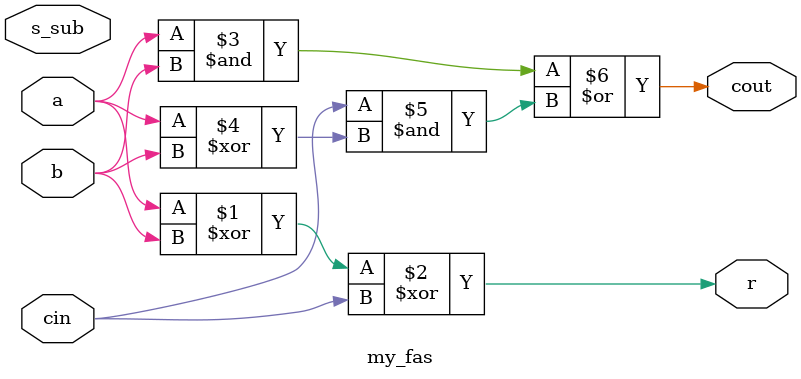
<source format=v>
module my_fas(input s_sub, input cin, input a, input b, output r, output cout);
    assign r = a ^ b ^ cin;            // 和（Sum）出力
    assign cout = (a & b) | (cin & (a ^ b));  // キャリー出力
endmodule


</source>
